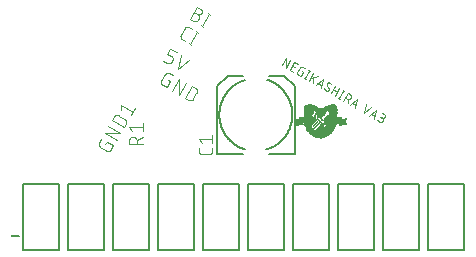
<source format=gto>
G04 EAGLE Gerber RS-274X export*
G75*
%MOMM*%
%FSLAX34Y34*%
%LPD*%
%INTop Silkscreen*%
%IPPOS*%
%AMOC8*
5,1,8,0,0,1.08239X$1,22.5*%
G01*
%ADD10C,0.076200*%
%ADD11R,0.114300X0.012700*%
%ADD12R,0.215900X0.012700*%
%ADD13R,0.279400X0.012700*%
%ADD14R,0.304800X0.012700*%
%ADD15R,0.177800X0.012700*%
%ADD16R,0.355600X0.012700*%
%ADD17R,0.241300X0.012700*%
%ADD18R,0.381000X0.012700*%
%ADD19R,0.050800X0.012700*%
%ADD20R,0.698500X0.012700*%
%ADD21R,0.520700X0.012700*%
%ADD22R,0.431800X0.012700*%
%ADD23R,0.533400X0.012700*%
%ADD24R,0.457200X0.012700*%
%ADD25R,0.482600X0.012700*%
%ADD26R,0.546100X0.012700*%
%ADD27R,0.508000X0.012700*%
%ADD28R,0.571500X0.012700*%
%ADD29R,0.584200X0.012700*%
%ADD30R,0.609600X0.012700*%
%ADD31R,0.622300X0.012700*%
%ADD32R,0.647700X0.012700*%
%ADD33R,0.596900X0.012700*%
%ADD34R,0.101600X0.012700*%
%ADD35R,0.088900X0.012700*%
%ADD36R,0.495300X0.012700*%
%ADD37R,1.435100X0.012700*%
%ADD38R,1.473200X0.012700*%
%ADD39R,1.498600X0.012700*%
%ADD40R,1.587500X0.012700*%
%ADD41R,1.651000X0.012700*%
%ADD42R,1.701800X0.012700*%
%ADD43R,1.727200X0.012700*%
%ADD44R,0.076200X0.012700*%
%ADD45R,0.139700X0.012700*%
%ADD46R,1.511300X0.012700*%
%ADD47R,1.536700X0.012700*%
%ADD48R,1.549400X0.012700*%
%ADD49R,0.152400X0.012700*%
%ADD50R,1.346200X0.012700*%
%ADD51R,0.127000X0.012700*%
%ADD52R,0.203200X0.012700*%
%ADD53R,1.358900X0.012700*%
%ADD54R,1.600200X0.012700*%
%ADD55R,0.165100X0.012700*%
%ADD56R,1.689100X0.012700*%
%ADD57R,0.190500X0.012700*%
%ADD58R,1.790700X0.012700*%
%ADD59R,2.095500X0.012700*%
%ADD60R,2.171700X0.012700*%
%ADD61R,2.222500X0.012700*%
%ADD62R,1.968500X0.012700*%
%ADD63R,0.266700X0.012700*%
%ADD64R,0.254000X0.012700*%
%ADD65R,1.993900X0.012700*%
%ADD66R,2.019300X0.012700*%
%ADD67R,0.292100X0.012700*%
%ADD68R,2.336800X0.012700*%
%ADD69R,0.736600X0.012700*%
%ADD70R,1.562100X0.012700*%
%ADD71R,1.016000X0.012700*%
%ADD72R,0.673100X0.012700*%
%ADD73R,0.977900X0.012700*%
%ADD74R,0.660400X0.012700*%
%ADD75R,0.952500X0.012700*%
%ADD76R,0.914400X0.012700*%
%ADD77R,0.558800X0.012700*%
%ADD78R,0.635000X0.012700*%
%ADD79R,0.876300X0.012700*%
%ADD80R,0.863600X0.012700*%
%ADD81R,0.812800X0.012700*%
%ADD82R,0.025400X0.012700*%
%ADD83R,0.787400X0.012700*%
%ADD84R,0.749300X0.012700*%
%ADD85R,0.711200X0.012700*%
%ADD86R,0.685800X0.012700*%
%ADD87R,0.063500X0.012700*%
%ADD88R,0.038100X0.012700*%
%ADD89R,0.469900X0.012700*%
%ADD90R,0.419100X0.012700*%
%ADD91R,0.393700X0.012700*%
%ADD92R,0.368300X0.012700*%
%ADD93R,0.342900X0.012700*%
%ADD94R,0.317500X0.012700*%
%ADD95R,0.774700X0.012700*%
%ADD96R,0.800100X0.012700*%
%ADD97R,0.850900X0.012700*%
%ADD98R,0.901700X0.012700*%
%ADD99R,0.012700X0.012700*%
%ADD100R,0.927100X0.012700*%
%ADD101R,0.939800X0.012700*%
%ADD102R,0.965200X0.012700*%
%ADD103R,0.723900X0.012700*%
%ADD104R,0.990600X0.012700*%
%ADD105R,1.028700X0.012700*%
%ADD106R,1.041400X0.012700*%
%ADD107R,0.762000X0.012700*%
%ADD108R,1.066800X0.012700*%
%ADD109R,1.193800X0.012700*%
%ADD110R,0.406400X0.012700*%
%ADD111R,0.330200X0.012700*%
%ADD112R,1.308100X0.012700*%
%ADD113R,0.838200X0.012700*%
%ADD114R,1.574800X0.012700*%
%ADD115R,1.206500X0.012700*%
%ADD116R,1.219200X0.012700*%
%ADD117R,1.524000X0.012700*%
%ADD118R,0.228600X0.012700*%
%ADD119R,1.231900X0.012700*%
%ADD120R,1.244600X0.012700*%
%ADD121R,1.257300X0.012700*%
%ADD122R,1.270000X0.012700*%
%ADD123R,1.282700X0.012700*%
%ADD124R,1.320800X0.012700*%
%ADD125R,1.333500X0.012700*%
%ADD126R,1.371600X0.012700*%
%ADD127R,1.612900X0.012700*%
%ADD128R,1.625600X0.012700*%
%ADD129R,1.384300X0.012700*%
%ADD130R,1.638300X0.012700*%
%ADD131R,1.397000X0.012700*%
%ADD132R,1.409700X0.012700*%
%ADD133R,1.422400X0.012700*%
%ADD134R,1.663700X0.012700*%
%ADD135R,1.447800X0.012700*%
%ADD136R,1.485900X0.012700*%
%ADD137R,1.460500X0.012700*%
%ADD138R,1.295400X0.012700*%
%ADD139R,1.130300X0.012700*%
%ADD140R,0.889000X0.012700*%
%ADD141R,0.825500X0.012700*%
%ADD142R,1.054100X0.012700*%
%ADD143R,1.854200X0.012700*%
%ADD144R,2.806700X0.012700*%
%ADD145R,2.794000X0.012700*%
%ADD146R,2.781300X0.012700*%
%ADD147R,1.181100X0.012700*%
%ADD148R,1.155700X0.012700*%
%ADD149R,1.117600X0.012700*%
%ADD150R,1.092200X0.012700*%
%ADD151R,1.079500X0.012700*%
%ADD152R,0.444500X0.012700*%
%ADD153C,0.000000*%
%ADD154C,0.152400*%
%ADD155C,0.203200*%
%ADD156C,0.101600*%


D10*
X229085Y143701D02*
X232768Y150080D01*
X232629Y141655D01*
X236312Y148034D01*
X235856Y139791D02*
X238691Y138155D01*
X235856Y139791D02*
X239539Y146171D01*
X242374Y144534D01*
X240029Y142108D02*
X237902Y143335D01*
X245860Y138741D02*
X246923Y138127D01*
X244877Y134583D01*
X242751Y135811D01*
X242750Y135811D02*
X242684Y135852D01*
X242619Y135896D01*
X242557Y135942D01*
X242497Y135992D01*
X242439Y136044D01*
X242384Y136099D01*
X242332Y136157D01*
X242282Y136217D01*
X242236Y136279D01*
X242192Y136344D01*
X242151Y136411D01*
X242114Y136479D01*
X242080Y136549D01*
X242049Y136621D01*
X242022Y136694D01*
X241998Y136768D01*
X241978Y136843D01*
X241962Y136919D01*
X241949Y136996D01*
X241939Y137073D01*
X241934Y137151D01*
X241932Y137229D01*
X241934Y137307D01*
X241939Y137385D01*
X241949Y137462D01*
X241962Y137539D01*
X241978Y137615D01*
X241998Y137690D01*
X242022Y137764D01*
X242049Y137837D01*
X242080Y137909D01*
X242114Y137979D01*
X242151Y138048D01*
X242151Y138047D02*
X244198Y141591D01*
X244197Y141592D02*
X244238Y141658D01*
X244282Y141723D01*
X244328Y141785D01*
X244378Y141845D01*
X244430Y141903D01*
X244485Y141958D01*
X244543Y142010D01*
X244603Y142060D01*
X244665Y142106D01*
X244730Y142150D01*
X244797Y142191D01*
X244865Y142228D01*
X244935Y142262D01*
X245007Y142293D01*
X245080Y142320D01*
X245154Y142344D01*
X245229Y142364D01*
X245305Y142380D01*
X245382Y142393D01*
X245459Y142403D01*
X245537Y142408D01*
X245615Y142410D01*
X245693Y142408D01*
X245771Y142403D01*
X245848Y142393D01*
X245925Y142380D01*
X246001Y142364D01*
X246076Y142344D01*
X246150Y142320D01*
X246223Y142293D01*
X246295Y142262D01*
X246365Y142228D01*
X246434Y142191D01*
X246434Y142190D02*
X248560Y140962D01*
X252067Y138937D02*
X248384Y132558D01*
X249093Y132149D02*
X247675Y132968D01*
X251358Y139347D02*
X252776Y138528D01*
X255676Y136854D02*
X251993Y130475D01*
X253426Y132955D02*
X259220Y134808D01*
X255662Y133554D02*
X255537Y128428D01*
X257661Y127202D02*
X263470Y132354D01*
X261914Y124747D01*
X262303Y126649D02*
X259113Y128490D01*
X266265Y122234D02*
X266336Y122196D01*
X266408Y122161D01*
X266482Y122130D01*
X266558Y122102D01*
X266634Y122078D01*
X266712Y122058D01*
X266791Y122041D01*
X266870Y122029D01*
X266950Y122020D01*
X267030Y122016D01*
X267111Y122015D01*
X267191Y122019D01*
X267271Y122026D01*
X267351Y122037D01*
X267430Y122052D01*
X267508Y122071D01*
X267585Y122093D01*
X267661Y122120D01*
X267735Y122150D01*
X267808Y122184D01*
X267879Y122221D01*
X267948Y122262D01*
X268016Y122306D01*
X268081Y122353D01*
X268143Y122404D01*
X268203Y122457D01*
X268260Y122514D01*
X268315Y122573D01*
X268366Y122634D01*
X268415Y122698D01*
X268460Y122765D01*
X268502Y122833D01*
X266266Y122234D02*
X266168Y122293D01*
X266073Y122354D01*
X265979Y122419D01*
X265888Y122487D01*
X265799Y122558D01*
X265712Y122632D01*
X265628Y122708D01*
X265546Y122787D01*
X265467Y122869D01*
X265391Y122954D01*
X265318Y123040D01*
X265247Y123130D01*
X265180Y123221D01*
X265115Y123315D01*
X265054Y123411D01*
X264995Y123508D01*
X264941Y123608D01*
X264889Y123709D01*
X264841Y123812D01*
X264796Y123917D01*
X264754Y124023D01*
X264716Y124130D01*
X264682Y124238D01*
X264651Y124348D01*
X267181Y128322D02*
X267223Y128390D01*
X267268Y128457D01*
X267317Y128521D01*
X267368Y128582D01*
X267423Y128641D01*
X267480Y128698D01*
X267540Y128751D01*
X267603Y128802D01*
X267667Y128849D01*
X267735Y128893D01*
X267804Y128934D01*
X267875Y128971D01*
X267948Y129005D01*
X268022Y129035D01*
X268098Y129062D01*
X268175Y129084D01*
X268253Y129103D01*
X268332Y129118D01*
X268412Y129129D01*
X268492Y129136D01*
X268572Y129140D01*
X268653Y129139D01*
X268733Y129135D01*
X268813Y129126D01*
X268892Y129114D01*
X268971Y129097D01*
X269048Y129077D01*
X269125Y129053D01*
X269201Y129025D01*
X269275Y128994D01*
X269347Y128959D01*
X269417Y128921D01*
X269511Y128864D01*
X269603Y128804D01*
X269693Y128741D01*
X269781Y128675D01*
X269866Y128606D01*
X269948Y128533D01*
X270028Y128458D01*
X270105Y128380D01*
X270179Y128299D01*
X270251Y128216D01*
X270319Y128130D01*
X270384Y128042D01*
X270446Y127951D01*
X270505Y127858D01*
X270560Y127764D01*
X270612Y127667D01*
X270660Y127568D01*
X270705Y127468D01*
X267173Y126671D02*
X267136Y126741D01*
X267103Y126812D01*
X267072Y126884D01*
X267046Y126958D01*
X267022Y127033D01*
X267002Y127108D01*
X266986Y127185D01*
X266974Y127263D01*
X266965Y127341D01*
X266960Y127419D01*
X266958Y127497D01*
X266960Y127576D01*
X266966Y127654D01*
X266976Y127732D01*
X266989Y127809D01*
X267006Y127886D01*
X267026Y127962D01*
X267050Y128036D01*
X267078Y128110D01*
X267109Y128182D01*
X267143Y128253D01*
X267181Y128321D01*
X268510Y124484D02*
X268547Y124414D01*
X268580Y124344D01*
X268611Y124271D01*
X268637Y124197D01*
X268661Y124123D01*
X268681Y124047D01*
X268697Y123970D01*
X268709Y123892D01*
X268718Y123814D01*
X268723Y123736D01*
X268725Y123658D01*
X268723Y123579D01*
X268717Y123501D01*
X268707Y123423D01*
X268694Y123346D01*
X268677Y123269D01*
X268657Y123193D01*
X268633Y123119D01*
X268605Y123045D01*
X268574Y122973D01*
X268540Y122902D01*
X268502Y122834D01*
X268509Y124483D02*
X267174Y126672D01*
X274157Y126184D02*
X270474Y119804D01*
X272521Y123348D02*
X276065Y121302D01*
X277701Y124137D02*
X274018Y117758D01*
X277526Y115733D02*
X281209Y122113D01*
X276817Y116143D02*
X278234Y115324D01*
X281917Y121703D02*
X280500Y122522D01*
X284760Y120062D02*
X281077Y113683D01*
X284760Y120062D02*
X286532Y119039D01*
X286608Y118993D01*
X286683Y118943D01*
X286755Y118890D01*
X286824Y118834D01*
X286891Y118775D01*
X286956Y118714D01*
X287017Y118649D01*
X287076Y118582D01*
X287132Y118513D01*
X287185Y118441D01*
X287235Y118366D01*
X287281Y118290D01*
X287324Y118212D01*
X287363Y118132D01*
X287399Y118050D01*
X287432Y117967D01*
X287460Y117882D01*
X287485Y117797D01*
X287507Y117710D01*
X287524Y117622D01*
X287537Y117534D01*
X287547Y117445D01*
X287553Y117356D01*
X287555Y117267D01*
X287553Y117178D01*
X287547Y117089D01*
X287537Y117000D01*
X287524Y116912D01*
X287507Y116824D01*
X287485Y116737D01*
X287460Y116652D01*
X287432Y116567D01*
X287399Y116484D01*
X287363Y116402D01*
X287324Y116322D01*
X287281Y116244D01*
X287235Y116168D01*
X287185Y116093D01*
X287132Y116021D01*
X287076Y115952D01*
X287017Y115885D01*
X286956Y115820D01*
X286891Y115759D01*
X286824Y115700D01*
X286755Y115644D01*
X286683Y115591D01*
X286608Y115541D01*
X286532Y115495D01*
X286454Y115452D01*
X286374Y115413D01*
X286292Y115377D01*
X286209Y115344D01*
X286124Y115316D01*
X286039Y115291D01*
X285952Y115269D01*
X285864Y115252D01*
X285776Y115239D01*
X285687Y115229D01*
X285598Y115223D01*
X285509Y115221D01*
X285420Y115223D01*
X285331Y115229D01*
X285242Y115239D01*
X285154Y115252D01*
X285066Y115269D01*
X284979Y115291D01*
X284894Y115316D01*
X284809Y115344D01*
X284726Y115377D01*
X284644Y115413D01*
X284564Y115452D01*
X284486Y115495D01*
X282714Y116518D01*
X284841Y115290D02*
X284621Y111637D01*
X287014Y110255D02*
X292823Y115407D01*
X291266Y107800D01*
X291656Y109702D02*
X288466Y111543D01*
X300410Y111026D02*
X298854Y103419D01*
X304663Y108571D01*
X308872Y106141D02*
X303063Y100990D01*
X307315Y98534D02*
X308872Y106141D01*
X307704Y100436D02*
X304515Y102277D01*
X309752Y97127D02*
X311524Y96104D01*
X311602Y96061D01*
X311682Y96022D01*
X311764Y95986D01*
X311847Y95953D01*
X311932Y95925D01*
X312017Y95900D01*
X312104Y95879D01*
X312192Y95861D01*
X312280Y95848D01*
X312369Y95838D01*
X312458Y95832D01*
X312547Y95830D01*
X312636Y95832D01*
X312725Y95838D01*
X312814Y95848D01*
X312902Y95861D01*
X312990Y95878D01*
X313077Y95900D01*
X313162Y95925D01*
X313247Y95953D01*
X313330Y95986D01*
X313412Y96022D01*
X313492Y96061D01*
X313570Y96104D01*
X313646Y96150D01*
X313721Y96200D01*
X313793Y96253D01*
X313862Y96309D01*
X313929Y96368D01*
X313994Y96429D01*
X314055Y96494D01*
X314114Y96561D01*
X314170Y96630D01*
X314223Y96702D01*
X314273Y96777D01*
X314319Y96853D01*
X314362Y96931D01*
X314401Y97011D01*
X314437Y97093D01*
X314470Y97176D01*
X314498Y97261D01*
X314523Y97346D01*
X314545Y97433D01*
X314562Y97521D01*
X314575Y97609D01*
X314585Y97698D01*
X314591Y97787D01*
X314593Y97876D01*
X314591Y97965D01*
X314585Y98054D01*
X314575Y98143D01*
X314562Y98231D01*
X314544Y98319D01*
X314523Y98406D01*
X314498Y98491D01*
X314470Y98576D01*
X314437Y98659D01*
X314401Y98741D01*
X314362Y98821D01*
X314319Y98899D01*
X314273Y98975D01*
X314223Y99050D01*
X314170Y99122D01*
X314114Y99191D01*
X314055Y99258D01*
X313994Y99323D01*
X313929Y99384D01*
X313862Y99443D01*
X313793Y99499D01*
X313721Y99552D01*
X313646Y99602D01*
X313570Y99648D01*
X315561Y102279D02*
X313435Y103506D01*
X315561Y102279D02*
X315629Y102237D01*
X315694Y102193D01*
X315758Y102146D01*
X315819Y102095D01*
X315877Y102042D01*
X315933Y101985D01*
X315986Y101927D01*
X316036Y101865D01*
X316083Y101802D01*
X316127Y101736D01*
X316167Y101668D01*
X316205Y101598D01*
X316238Y101527D01*
X316269Y101454D01*
X316296Y101379D01*
X316319Y101304D01*
X316339Y101227D01*
X316354Y101150D01*
X316366Y101071D01*
X316375Y100993D01*
X316379Y100914D01*
X316380Y100835D01*
X316377Y100756D01*
X316370Y100677D01*
X316359Y100598D01*
X316344Y100521D01*
X316326Y100444D01*
X316304Y100368D01*
X316278Y100293D01*
X316249Y100219D01*
X316216Y100147D01*
X316180Y100077D01*
X316140Y100008D01*
X316098Y99942D01*
X316052Y99878D01*
X316003Y99816D01*
X315951Y99756D01*
X315896Y99699D01*
X315838Y99644D01*
X315778Y99593D01*
X315716Y99544D01*
X315651Y99499D01*
X315584Y99457D01*
X315515Y99418D01*
X315445Y99382D01*
X315373Y99350D01*
X315299Y99321D01*
X315224Y99296D01*
X315148Y99275D01*
X315070Y99257D01*
X314993Y99243D01*
X314914Y99233D01*
X314835Y99227D01*
X314756Y99224D01*
X314677Y99225D01*
X314598Y99230D01*
X314520Y99239D01*
X314441Y99252D01*
X314364Y99268D01*
X314288Y99289D01*
X314212Y99312D01*
X314138Y99340D01*
X314065Y99371D01*
X313994Y99405D01*
X313925Y99443D01*
X313924Y99444D02*
X312507Y100262D01*
D11*
X261747Y81661D03*
D12*
X261747Y81788D03*
D13*
X261811Y81915D03*
D14*
X261811Y82042D03*
D15*
X258509Y82169D03*
D16*
X261811Y82169D03*
D17*
X258445Y82296D03*
D18*
X261811Y82296D03*
D19*
X264986Y82296D03*
D20*
X260350Y82423D03*
D15*
X265113Y82423D03*
D21*
X259207Y82550D03*
D22*
X264224Y82550D03*
D23*
X259017Y82677D03*
D24*
X264478Y82677D03*
D23*
X258890Y82804D03*
D25*
X264732Y82804D03*
D26*
X258826Y82931D03*
D27*
X264859Y82931D03*
D28*
X258699Y83058D03*
D21*
X264922Y83058D03*
D29*
X258636Y83185D03*
D26*
X265049Y83185D03*
D30*
X258636Y83312D03*
D28*
X265049Y83312D03*
D31*
X258572Y83439D03*
D29*
X265113Y83439D03*
D32*
X258572Y83566D03*
D33*
X265176Y83566D03*
D32*
X258572Y83693D03*
D11*
X262636Y83693D03*
D25*
X265875Y83693D03*
D21*
X257810Y83820D03*
D34*
X261303Y83820D03*
X262573Y83820D03*
D25*
X265875Y83820D03*
D21*
X257810Y83947D03*
D34*
X261430Y83947D03*
D35*
X262509Y83947D03*
D36*
X265938Y83947D03*
D21*
X257810Y84074D03*
D15*
X261938Y84074D03*
D27*
X265875Y84074D03*
D37*
X261366Y84201D03*
D38*
X261176Y84328D03*
D39*
X261049Y84455D03*
D40*
X261366Y84582D03*
D41*
X261430Y84709D03*
D42*
X261557Y84836D03*
D43*
X261557Y84963D03*
D44*
X253175Y85090D03*
D41*
X262192Y85090D03*
D35*
X253111Y85217D03*
D45*
X254762Y85217D03*
D39*
X263081Y85217D03*
D35*
X252984Y85344D03*
D11*
X254762Y85344D03*
D39*
X263208Y85344D03*
D34*
X253048Y85471D03*
D35*
X254762Y85471D03*
D46*
X263271Y85471D03*
D11*
X252984Y85598D03*
D35*
X254762Y85598D03*
D47*
X263271Y85598D03*
D45*
X252984Y85725D03*
D35*
X254762Y85725D03*
D48*
X263208Y85725D03*
D49*
X253048Y85852D03*
D50*
X261176Y85852D03*
D45*
X268986Y85852D03*
D34*
X270574Y85852D03*
D15*
X253048Y85979D03*
D50*
X261176Y85979D03*
D51*
X268923Y85979D03*
D34*
X270701Y85979D03*
D52*
X253175Y86106D03*
D53*
X261239Y86106D03*
D34*
X268923Y86106D03*
X270701Y86106D03*
D12*
X253238Y86233D03*
D53*
X261366Y86233D03*
D34*
X268796Y86233D03*
D11*
X270764Y86233D03*
D54*
X260160Y86360D03*
D34*
X268796Y86360D03*
D51*
X270701Y86360D03*
D54*
X260160Y86487D03*
D35*
X268732Y86487D03*
D45*
X270637Y86487D03*
D42*
X260668Y86614D03*
D55*
X270637Y86614D03*
D56*
X260604Y86741D03*
D57*
X270510Y86741D03*
D15*
X252286Y86868D03*
D47*
X261366Y86868D03*
D12*
X270383Y86868D03*
X252095Y86995D03*
D39*
X261430Y86995D03*
D17*
X270256Y86995D03*
X251968Y87122D03*
D58*
X262509Y87122D03*
D59*
X260985Y87249D03*
D60*
X261239Y87376D03*
D61*
X261366Y87503D03*
D62*
X259969Y87630D03*
D63*
X271399Y87630D03*
D62*
X259969Y87757D03*
D64*
X271590Y87757D03*
D65*
X259969Y87884D03*
D13*
X271717Y87884D03*
D66*
X259969Y88011D03*
D67*
X271780Y88011D03*
D68*
X261557Y88138D03*
D69*
X253429Y88265D03*
D70*
X265557Y88265D03*
D20*
X253238Y88392D03*
D70*
X265684Y88392D03*
D20*
X253111Y88519D03*
D71*
X263081Y88519D03*
D27*
X270955Y88519D03*
D72*
X252984Y88646D03*
D73*
X263017Y88646D03*
D23*
X270955Y88646D03*
D74*
X252921Y88773D03*
D75*
X263017Y88773D03*
D23*
X270955Y88773D03*
D74*
X252794Y88900D03*
D76*
X262954Y88900D03*
D77*
X270955Y88900D03*
D78*
X252667Y89027D03*
D79*
X262890Y89027D03*
D28*
X270891Y89027D03*
D31*
X252603Y89154D03*
D80*
X262954Y89154D03*
D29*
X270955Y89154D03*
D30*
X252540Y89281D03*
D81*
X262827Y89281D03*
D82*
X267145Y89281D03*
D29*
X270955Y89281D03*
D33*
X252476Y89408D03*
D83*
X262827Y89408D03*
D82*
X267145Y89408D03*
D33*
X270891Y89408D03*
D29*
X252413Y89535D03*
D84*
X262763Y89535D03*
D82*
X267145Y89535D03*
D33*
X270891Y89535D03*
D28*
X252349Y89662D03*
D85*
X262700Y89662D03*
D82*
X267145Y89662D03*
D31*
X270891Y89662D03*
D77*
X252286Y89789D03*
D86*
X262700Y89789D03*
D82*
X267145Y89789D03*
D78*
X270828Y89789D03*
D26*
X252222Y89916D03*
D82*
X257239Y89916D03*
D72*
X262763Y89916D03*
D82*
X267145Y89916D03*
D78*
X270828Y89916D03*
D23*
X252159Y90043D03*
D19*
X257239Y90043D03*
D31*
X262636Y90043D03*
D82*
X266002Y90043D03*
X267145Y90043D03*
D32*
X270764Y90043D03*
D21*
X252095Y90170D03*
D87*
X257302Y90170D03*
D33*
X262636Y90170D03*
D82*
X266002Y90170D03*
D88*
X267208Y90170D03*
D32*
X270764Y90170D03*
D27*
X252032Y90297D03*
D44*
X257366Y90297D03*
D28*
X262636Y90297D03*
D82*
X266002Y90297D03*
D20*
X270510Y90297D03*
D27*
X252032Y90424D03*
D44*
X257493Y90424D03*
D26*
X262636Y90424D03*
D82*
X266002Y90424D03*
D20*
X270510Y90424D03*
D25*
X252032Y90551D03*
D44*
X257620Y90551D03*
D27*
X262573Y90551D03*
D82*
X266002Y90551D03*
D86*
X270574Y90551D03*
D89*
X251968Y90678D03*
D87*
X257683Y90678D03*
D25*
X262573Y90678D03*
D82*
X266002Y90678D03*
D72*
X270510Y90678D03*
D89*
X251968Y90805D03*
D87*
X257810Y90805D03*
D89*
X262636Y90805D03*
D82*
X266002Y90805D03*
D72*
X270510Y90805D03*
D25*
X251778Y90932D03*
D87*
X257937Y90932D03*
D24*
X262700Y90932D03*
D82*
X266002Y90932D03*
D72*
X270510Y90932D03*
D36*
X251714Y91059D03*
D87*
X258064Y91059D03*
D90*
X262509Y91059D03*
D82*
X264859Y91059D03*
X266002Y91059D03*
D72*
X270383Y91059D03*
D27*
X251524Y91186D03*
D82*
X255969Y91186D03*
D87*
X258191Y91186D03*
D91*
X262509Y91186D03*
D82*
X264859Y91186D03*
D88*
X266065Y91186D03*
D86*
X270320Y91186D03*
D21*
X251460Y91313D03*
D19*
X255969Y91313D03*
D87*
X258318Y91313D03*
D92*
X262509Y91313D03*
D82*
X264859Y91313D03*
D88*
X266065Y91313D03*
D20*
X270256Y91313D03*
D23*
X251397Y91440D03*
D87*
X256032Y91440D03*
D44*
X258382Y91440D03*
D93*
X262509Y91440D03*
D82*
X264859Y91440D03*
D88*
X266065Y91440D03*
D20*
X270256Y91440D03*
D23*
X251270Y91567D03*
D44*
X256096Y91567D03*
X258509Y91567D03*
D94*
X262509Y91567D03*
D82*
X264859Y91567D03*
X266129Y91567D03*
D69*
X270320Y91567D03*
D77*
X251270Y91694D03*
D44*
X256223Y91694D03*
X258636Y91694D03*
D67*
X262509Y91694D03*
D82*
X264859Y91694D03*
X266129Y91694D03*
D95*
X270383Y91694D03*
D77*
X251270Y91821D03*
D44*
X256350Y91821D03*
X258763Y91821D03*
D63*
X262509Y91821D03*
D82*
X264859Y91821D03*
X266129Y91821D03*
D96*
X270383Y91821D03*
D28*
X251206Y91948D03*
D44*
X256477Y91948D03*
X258890Y91948D03*
D17*
X262509Y91948D03*
D82*
X264859Y91948D03*
D97*
X270256Y91948D03*
D29*
X251270Y92075D03*
D44*
X256604Y92075D03*
X259017Y92075D03*
D12*
X262509Y92075D03*
D82*
X264859Y92075D03*
D80*
X270320Y92075D03*
D30*
X251270Y92202D03*
D44*
X256731Y92202D03*
X259144Y92202D03*
D52*
X262573Y92202D03*
D82*
X264859Y92202D03*
D79*
X270383Y92202D03*
D31*
X251333Y92329D03*
D44*
X256858Y92329D03*
X259271Y92329D03*
D57*
X262636Y92329D03*
D82*
X264859Y92329D03*
D79*
X270383Y92329D03*
D19*
X240475Y92456D03*
D32*
X251333Y92456D03*
D44*
X256985Y92456D03*
X259398Y92456D03*
D45*
X262509Y92456D03*
D82*
X263589Y92456D03*
X264859Y92456D03*
D98*
X270383Y92456D03*
D87*
X278511Y92456D03*
D63*
X241554Y92583D03*
D74*
X251397Y92583D03*
D44*
X257112Y92583D03*
X259525Y92583D03*
D11*
X262509Y92583D03*
D82*
X263589Y92583D03*
D99*
X264922Y92583D03*
D76*
X270320Y92583D03*
D99*
X277876Y92583D03*
D15*
X279210Y92583D03*
D89*
X242697Y92710D03*
D72*
X251460Y92710D03*
D87*
X257175Y92710D03*
D44*
X259652Y92710D03*
D35*
X262509Y92710D03*
D82*
X263589Y92710D03*
D99*
X264922Y92710D03*
D100*
X270383Y92710D03*
D19*
X277940Y92710D03*
D13*
X279845Y92710D03*
D30*
X243523Y92837D03*
D86*
X251524Y92837D03*
D87*
X257302Y92837D03*
X259715Y92837D03*
D19*
X262446Y92837D03*
D82*
X263589Y92837D03*
D99*
X264922Y92837D03*
D101*
X270320Y92837D03*
D87*
X278003Y92837D03*
D92*
X280543Y92837D03*
D33*
X243586Y92964D03*
D99*
X247015Y92964D03*
D20*
X251587Y92964D03*
D87*
X257429Y92964D03*
X259842Y92964D03*
D19*
X262573Y92964D03*
D82*
X263589Y92964D03*
X264986Y92964D03*
D102*
X270320Y92964D03*
D44*
X278067Y92964D03*
D89*
X281178Y92964D03*
D28*
X243459Y93091D03*
D88*
X246888Y93091D03*
D85*
X251651Y93091D03*
D87*
X257556Y93091D03*
X259969Y93091D03*
D19*
X262700Y93091D03*
D82*
X263589Y93091D03*
X264986Y93091D03*
D73*
X270256Y93091D03*
D35*
X278130Y93091D03*
D28*
X281813Y93091D03*
D23*
X243396Y93218D03*
D87*
X246761Y93218D03*
D103*
X251714Y93218D03*
D87*
X257683Y93218D03*
X260096Y93218D03*
D19*
X262827Y93218D03*
D82*
X263589Y93218D03*
X264986Y93218D03*
D104*
X270193Y93218D03*
D11*
X278257Y93218D03*
D77*
X281877Y93218D03*
D36*
X243332Y93345D03*
D35*
X246634Y93345D03*
D69*
X251778Y93345D03*
D87*
X257810Y93345D03*
X260223Y93345D03*
D19*
X262954Y93345D03*
D82*
X263589Y93345D03*
D105*
X270002Y93345D03*
D51*
X278321Y93345D03*
D21*
X281940Y93345D03*
D24*
X243269Y93472D03*
D11*
X246507Y93472D03*
D84*
X251841Y93472D03*
D87*
X257937Y93472D03*
X260350Y93472D03*
D19*
X263081Y93472D03*
D82*
X263589Y93472D03*
D106*
X270066Y93472D03*
D45*
X278384Y93472D03*
D36*
X281940Y93472D03*
D90*
X243205Y93599D03*
D51*
X246444Y93599D03*
D107*
X251905Y93599D03*
D87*
X258064Y93599D03*
X260477Y93599D03*
D44*
X263335Y93599D03*
D106*
X270066Y93599D03*
D55*
X278511Y93599D03*
D89*
X281940Y93599D03*
D91*
X243078Y93726D03*
D49*
X246317Y93726D03*
D83*
X251905Y93726D03*
D87*
X258191Y93726D03*
X260604Y93726D03*
D44*
X263462Y93726D03*
D108*
X270193Y93726D03*
D15*
X278575Y93726D03*
D22*
X282004Y93726D03*
D92*
X243078Y93853D03*
D15*
X246190Y93853D03*
D83*
X251905Y93853D03*
D87*
X258318Y93853D03*
X260731Y93853D03*
D44*
X263589Y93853D03*
D109*
X270701Y93853D03*
D11*
X279019Y93853D03*
D110*
X282004Y93853D03*
D111*
X243015Y93980D03*
D52*
X246063Y93980D03*
D96*
X251968Y93980D03*
D44*
X258382Y93980D03*
D87*
X260858Y93980D03*
D11*
X263906Y93980D03*
D112*
X271145Y93980D03*
D18*
X282004Y93980D03*
D67*
X242951Y94107D03*
D57*
X246126Y94107D03*
D81*
X252032Y94107D03*
D44*
X258509Y94107D03*
D87*
X260985Y94107D03*
D48*
X271209Y94107D03*
D93*
X281940Y94107D03*
D13*
X242888Y94234D03*
D113*
X252032Y94234D03*
D44*
X258636Y94234D03*
D87*
X261112Y94234D03*
D114*
X272098Y94234D03*
D111*
X281877Y94234D03*
D63*
X242951Y94361D03*
D35*
X244983Y94361D03*
D97*
X252095Y94361D03*
D44*
X258763Y94361D03*
D87*
X261239Y94361D03*
D70*
X272161Y94361D03*
D94*
X281813Y94361D03*
D64*
X243015Y94488D03*
D109*
X250508Y94488D03*
D44*
X258890Y94488D03*
D19*
X261303Y94488D03*
D48*
X272225Y94488D03*
D14*
X281750Y94488D03*
D17*
X243078Y94615D03*
D115*
X250571Y94615D03*
D44*
X259017Y94615D03*
D82*
X261303Y94615D03*
D47*
X272288Y94615D03*
D67*
X281686Y94615D03*
D17*
X243078Y94742D03*
D116*
X250635Y94742D03*
D44*
X259144Y94742D03*
D88*
X262763Y94742D03*
D117*
X272352Y94742D03*
D13*
X281623Y94742D03*
D118*
X243142Y94869D03*
D119*
X250698Y94869D03*
D44*
X259271Y94869D03*
D87*
X262763Y94869D03*
D117*
X272352Y94869D03*
D63*
X281559Y94869D03*
D118*
X243142Y94996D03*
D120*
X250762Y94996D03*
D44*
X259398Y94996D03*
X262700Y94996D03*
D117*
X272352Y94996D03*
D64*
X281496Y94996D03*
D17*
X243078Y95123D03*
D121*
X250825Y95123D03*
D44*
X259525Y95123D03*
X262573Y95123D03*
D117*
X272352Y95123D03*
D64*
X281369Y95123D03*
X243015Y95250D03*
D122*
X250889Y95250D03*
D44*
X259652Y95250D03*
X262446Y95250D03*
D47*
X272288Y95250D03*
D17*
X281305Y95250D03*
D63*
X242951Y95377D03*
D123*
X250952Y95377D03*
D44*
X259779Y95377D03*
X262319Y95377D03*
D47*
X272288Y95377D03*
D118*
X281242Y95377D03*
D63*
X242951Y95504D03*
D112*
X250952Y95504D03*
D44*
X259906Y95504D03*
X262192Y95504D03*
D47*
X272161Y95504D03*
D17*
X281305Y95504D03*
D13*
X242888Y95631D03*
D124*
X251016Y95631D03*
D87*
X259969Y95631D03*
D44*
X262065Y95631D03*
D70*
X272034Y95631D03*
D64*
X281369Y95631D03*
D67*
X242824Y95758D03*
D125*
X251079Y95758D03*
D19*
X260033Y95758D03*
D44*
X261938Y95758D03*
D70*
X272034Y95758D03*
D64*
X281369Y95758D03*
D14*
X242761Y95885D03*
D50*
X251143Y95885D03*
D99*
X259969Y95885D03*
D44*
X261811Y95885D03*
D114*
X271971Y95885D03*
D63*
X281432Y95885D03*
D94*
X242697Y96012D03*
D53*
X251206Y96012D03*
D44*
X261684Y96012D03*
D40*
X271907Y96012D03*
D13*
X281496Y96012D03*
D111*
X242634Y96139D03*
D126*
X251270Y96139D03*
D44*
X261557Y96139D03*
D127*
X271780Y96139D03*
D13*
X281496Y96139D03*
D111*
X242507Y96266D03*
D126*
X251270Y96266D03*
D44*
X261430Y96266D03*
D128*
X271717Y96266D03*
D67*
X281559Y96266D03*
D93*
X242443Y96393D03*
D129*
X251333Y96393D03*
D44*
X261303Y96393D03*
D130*
X271653Y96393D03*
D94*
X281559Y96393D03*
D16*
X242380Y96520D03*
D131*
X251397Y96520D03*
D44*
X261176Y96520D03*
D41*
X271590Y96520D03*
D111*
X281623Y96520D03*
D92*
X242316Y96647D03*
D132*
X251460Y96647D03*
D44*
X261049Y96647D03*
D41*
X271463Y96647D03*
D111*
X281623Y96647D03*
D18*
X242253Y96774D03*
D133*
X251524Y96774D03*
D35*
X260858Y96774D03*
D134*
X271399Y96774D03*
D93*
X281686Y96774D03*
D91*
X242189Y96901D03*
D37*
X251587Y96901D03*
D44*
X260795Y96901D03*
D35*
X263398Y96901D03*
D114*
X271844Y96901D03*
D16*
X281750Y96901D03*
D110*
X242126Y97028D03*
D135*
X251651Y97028D03*
D44*
X260668Y97028D03*
D35*
X263271Y97028D03*
D70*
X271907Y97028D03*
D16*
X281750Y97028D03*
D90*
X242062Y97155D03*
D132*
X251460Y97155D03*
D82*
X258890Y97155D03*
D87*
X260477Y97155D03*
D35*
X263144Y97155D03*
D48*
X271971Y97155D03*
D92*
X281813Y97155D03*
D90*
X242062Y97282D03*
D131*
X251397Y97282D03*
D88*
X258953Y97282D03*
D19*
X260414Y97282D03*
D35*
X263017Y97282D03*
D47*
X272034Y97282D03*
D18*
X281877Y97282D03*
D67*
X242697Y97409D03*
D129*
X251333Y97409D03*
D88*
X259080Y97409D03*
D82*
X260414Y97409D03*
D35*
X262890Y97409D03*
D117*
X272098Y97409D03*
D18*
X281877Y97409D03*
D88*
X243967Y97536D03*
D129*
X251333Y97536D03*
D88*
X259207Y97536D03*
D35*
X262763Y97536D03*
D46*
X272161Y97536D03*
D18*
X282004Y97536D03*
D50*
X251143Y97663D03*
D82*
X258128Y97663D03*
D88*
X259334Y97663D03*
D35*
X262636Y97663D03*
D39*
X272225Y97663D03*
D63*
X282702Y97663D03*
D50*
X251016Y97790D03*
D82*
X258128Y97790D03*
D19*
X259398Y97790D03*
D35*
X262509Y97790D03*
D136*
X272288Y97790D03*
D55*
X283337Y97790D03*
D125*
X250952Y97917D03*
D82*
X258128Y97917D03*
D19*
X259398Y97917D03*
D35*
X262382Y97917D03*
D38*
X272352Y97917D03*
D88*
X283972Y97917D03*
D124*
X250889Y98044D03*
D82*
X258128Y98044D03*
D19*
X259398Y98044D03*
D35*
X262255Y98044D03*
D137*
X272288Y98044D03*
D112*
X250825Y98171D03*
D82*
X258128Y98171D03*
D19*
X259398Y98171D03*
D35*
X262128Y98171D03*
D37*
X272415Y98171D03*
D138*
X250762Y98298D03*
D82*
X258128Y98298D03*
D19*
X259398Y98298D03*
D44*
X261938Y98298D03*
D37*
X272415Y98298D03*
D123*
X250698Y98425D03*
D82*
X258128Y98425D03*
D19*
X259398Y98425D03*
D34*
X261938Y98425D03*
D133*
X272479Y98425D03*
D123*
X250698Y98552D03*
D88*
X258191Y98552D03*
D19*
X259398Y98552D03*
D51*
X261938Y98552D03*
D131*
X272606Y98552D03*
D123*
X250698Y98679D03*
D88*
X258191Y98679D03*
D87*
X259461Y98679D03*
D49*
X261938Y98679D03*
D129*
X272669Y98679D03*
D123*
X250698Y98806D03*
D88*
X258191Y98806D03*
D44*
X259525Y98806D03*
D55*
X261874Y98806D03*
D129*
X272669Y98806D03*
D123*
X250698Y98933D03*
D88*
X258191Y98933D03*
X259334Y98933D03*
X259842Y98933D03*
D57*
X261874Y98933D03*
D101*
X270574Y98933D03*
D13*
X278194Y98933D03*
D116*
X250381Y99060D03*
D19*
X256858Y99060D03*
D88*
X258191Y99060D03*
X259334Y99060D03*
X259969Y99060D03*
D12*
X261874Y99060D03*
D100*
X270637Y99060D03*
D88*
X279400Y99060D03*
D139*
X250698Y99187D03*
D88*
X256921Y99187D03*
X258191Y99187D03*
X259334Y99187D03*
D94*
X261493Y99187D03*
D100*
X270764Y99187D03*
D75*
X251460Y99314D03*
D88*
X256921Y99314D03*
X258191Y99314D03*
D82*
X259398Y99314D03*
D94*
X261620Y99314D03*
D76*
X270828Y99314D03*
D96*
X252095Y99441D03*
D88*
X256921Y99441D03*
X258191Y99441D03*
D82*
X259398Y99441D03*
D111*
X261684Y99441D03*
D98*
X270891Y99441D03*
D84*
X252222Y99568D03*
D88*
X256921Y99568D03*
X258191Y99568D03*
D82*
X259398Y99568D03*
D16*
X261684Y99568D03*
D140*
X270955Y99568D03*
D84*
X252095Y99695D03*
D88*
X256921Y99695D03*
X258191Y99695D03*
D82*
X259398Y99695D03*
D18*
X261684Y99695D03*
D140*
X271082Y99695D03*
D69*
X252032Y99822D03*
D88*
X256921Y99822D03*
X258191Y99822D03*
D82*
X259398Y99822D03*
D110*
X261684Y99822D03*
D79*
X271145Y99822D03*
D85*
X251905Y99949D03*
D88*
X256921Y99949D03*
X258191Y99949D03*
D82*
X259398Y99949D03*
D90*
X261747Y99949D03*
D80*
X271209Y99949D03*
D72*
X251714Y100076D03*
D88*
X256921Y100076D03*
X258191Y100076D03*
D89*
X261620Y100076D03*
D97*
X271272Y100076D03*
D32*
X251460Y100203D03*
D88*
X256921Y100203D03*
X258191Y100203D03*
D25*
X261684Y100203D03*
D97*
X271399Y100203D03*
D30*
X251270Y100330D03*
D88*
X256921Y100330D03*
D82*
X258255Y100330D03*
D36*
X261747Y100330D03*
D107*
X271844Y100330D03*
D29*
X251143Y100457D03*
D88*
X256921Y100457D03*
D82*
X258255Y100457D03*
D27*
X261811Y100457D03*
D84*
X271907Y100457D03*
D26*
X250952Y100584D03*
D88*
X256921Y100584D03*
D82*
X258255Y100584D03*
D23*
X261811Y100584D03*
D69*
X271971Y100584D03*
D27*
X250762Y100711D03*
D88*
X256921Y100711D03*
D82*
X258255Y100711D03*
D77*
X261811Y100711D03*
D69*
X271971Y100711D03*
D25*
X250508Y100838D03*
D88*
X256921Y100838D03*
D82*
X258255Y100838D03*
D29*
X261811Y100838D03*
D103*
X272034Y100838D03*
D25*
X250508Y100965D03*
D88*
X256921Y100965D03*
D82*
X258255Y100965D03*
D30*
X261811Y100965D03*
D103*
X272161Y100965D03*
D36*
X250571Y101092D03*
D82*
X258255Y101092D03*
D78*
X261811Y101092D03*
D85*
X272225Y101092D03*
D27*
X250635Y101219D03*
D82*
X258255Y101219D03*
D74*
X261811Y101219D03*
D20*
X272288Y101219D03*
D21*
X250698Y101346D03*
D85*
X261684Y101346D03*
D20*
X272288Y101346D03*
D23*
X250762Y101473D03*
D103*
X261747Y101473D03*
D86*
X272352Y101473D03*
D26*
X250825Y101600D03*
D69*
X261811Y101600D03*
D72*
X272415Y101600D03*
D28*
X250825Y101727D03*
D84*
X261874Y101727D03*
D72*
X272415Y101727D03*
D29*
X250889Y101854D03*
D82*
X255588Y101854D03*
D107*
X261811Y101854D03*
D72*
X272542Y101854D03*
D30*
X251016Y101981D03*
D19*
X255588Y101981D03*
D107*
X261811Y101981D03*
D74*
X272606Y101981D03*
D31*
X251079Y102108D03*
D44*
X255588Y102108D03*
D95*
X261747Y102108D03*
D32*
X272669Y102108D03*
D78*
X251143Y102235D03*
D34*
X255588Y102235D03*
D95*
X261747Y102235D03*
D78*
X272733Y102235D03*
D32*
X251206Y102362D03*
D11*
X255524Y102362D03*
D83*
X261684Y102362D03*
D78*
X272733Y102362D03*
D74*
X251270Y102489D03*
D11*
X255397Y102489D03*
D83*
X261684Y102489D03*
D31*
X272796Y102489D03*
D83*
X251905Y102616D03*
X261684Y102616D03*
D30*
X272860Y102616D03*
D83*
X251778Y102743D03*
D96*
X261747Y102743D03*
D30*
X272860Y102743D03*
D95*
X251714Y102870D03*
D81*
X261811Y102870D03*
D33*
X272923Y102870D03*
D107*
X251651Y102997D03*
D113*
X261811Y102997D03*
D33*
X272923Y102997D03*
D84*
X251587Y103124D03*
D97*
X261874Y103124D03*
D30*
X272860Y103124D03*
D84*
X251587Y103251D03*
D80*
X261938Y103251D03*
D78*
X272733Y103251D03*
D107*
X251651Y103378D03*
D79*
X262001Y103378D03*
D78*
X272733Y103378D03*
D83*
X251778Y103505D03*
D98*
X262128Y103505D03*
D74*
X272606Y103505D03*
D96*
X251841Y103632D03*
D100*
X262128Y103632D03*
D86*
X272606Y103632D03*
D81*
X251905Y103759D03*
D101*
X262192Y103759D03*
D20*
X272542Y103759D03*
D141*
X251968Y103886D03*
D75*
X262255Y103886D03*
D85*
X272479Y103886D03*
D113*
X252032Y104013D03*
D102*
X262319Y104013D03*
D103*
X272415Y104013D03*
D97*
X252095Y104140D03*
D73*
X262382Y104140D03*
D69*
X272352Y104140D03*
D80*
X252159Y104267D03*
D71*
X262446Y104267D03*
D84*
X272288Y104267D03*
D79*
X252222Y104394D03*
D105*
X262509Y104394D03*
D84*
X272161Y104394D03*
D140*
X252286Y104521D03*
D106*
X262573Y104521D03*
D107*
X272098Y104521D03*
D76*
X252413Y104648D03*
D142*
X262636Y104648D03*
D95*
X272034Y104648D03*
D100*
X252476Y104775D03*
D143*
X266637Y104775D03*
D144*
X261874Y104902D03*
X261874Y105029D03*
X261874Y105156D03*
X261874Y105283D03*
X261874Y105410D03*
X261874Y105537D03*
X261874Y105664D03*
X261874Y105791D03*
D145*
X261811Y105918D03*
X261811Y106045D03*
D146*
X261874Y106172D03*
X261874Y106299D03*
X261874Y106426D03*
X261874Y106553D03*
D115*
X254000Y106680D03*
D48*
X268034Y106680D03*
D109*
X253937Y106807D03*
D46*
X268097Y106807D03*
D147*
X254000Y106934D03*
D64*
X262192Y106934D03*
D139*
X270002Y106934D03*
D148*
X253873Y107061D03*
D34*
X262192Y107061D03*
D149*
X270066Y107061D03*
D148*
X253873Y107188D03*
D150*
X270193Y107188D03*
D139*
X253746Y107315D03*
D108*
X270193Y107315D03*
D149*
X253683Y107442D03*
D106*
X270320Y107442D03*
D150*
X253683Y107569D03*
D71*
X270447Y107569D03*
D151*
X253619Y107696D03*
D73*
X270510Y107696D03*
D108*
X253556Y107823D03*
D102*
X270574Y107823D03*
D105*
X253492Y107950D03*
D101*
X270701Y107950D03*
D71*
X253429Y108077D03*
D98*
X270764Y108077D03*
D73*
X253365Y108204D03*
D79*
X270891Y108204D03*
D75*
X253238Y108331D03*
D113*
X270955Y108331D03*
D76*
X253175Y108458D03*
D81*
X271082Y108458D03*
D79*
X253111Y108585D03*
D95*
X271145Y108585D03*
D97*
X252984Y108712D03*
D69*
X271336Y108712D03*
D81*
X252921Y108839D03*
D20*
X271399Y108839D03*
D95*
X252857Y108966D03*
D32*
X271526Y108966D03*
D103*
X252857Y109093D03*
D30*
X271590Y109093D03*
D72*
X252730Y109220D03*
D77*
X271717Y109220D03*
D30*
X252667Y109347D03*
D27*
X271844Y109347D03*
D21*
X252603Y109474D03*
D152*
X272034Y109474D03*
D90*
X252603Y109601D03*
D18*
X272225Y109601D03*
D94*
X252476Y109728D03*
D14*
X272352Y109728D03*
D52*
X272479Y109855D03*
D153*
X113Y-635D02*
X56Y-635D01*
X44Y-634D01*
X32Y-629D01*
X21Y-623D01*
X12Y-614D01*
X6Y-603D01*
X1Y-591D01*
X0Y-579D01*
X0Y-437D01*
X2Y-422D01*
X8Y-409D01*
X17Y-397D01*
X28Y-388D01*
X42Y-382D01*
X57Y-380D01*
X56Y-381D02*
X113Y-381D01*
X193Y-600D02*
X193Y-614D01*
X193Y-600D02*
X207Y-600D01*
X207Y-614D01*
X193Y-614D01*
X193Y-501D02*
X193Y-487D01*
X207Y-487D01*
X207Y-501D01*
X193Y-501D01*
X289Y-663D02*
X402Y-353D01*
X488Y-381D02*
X488Y-564D01*
X487Y-564D02*
X489Y-580D01*
X494Y-595D01*
X502Y-608D01*
X514Y-620D01*
X527Y-628D01*
X542Y-633D01*
X558Y-635D01*
X574Y-633D01*
X589Y-628D01*
X602Y-620D01*
X614Y-608D01*
X622Y-595D01*
X627Y-580D01*
X629Y-564D01*
X629Y-381D01*
X744Y-536D02*
X815Y-564D01*
X744Y-536D02*
X734Y-531D01*
X727Y-522D01*
X722Y-512D01*
X721Y-500D01*
X723Y-489D01*
X729Y-479D01*
X737Y-472D01*
X747Y-467D01*
X759Y-465D01*
X758Y-466D02*
X780Y-468D01*
X801Y-473D01*
X822Y-480D01*
X815Y-564D02*
X825Y-569D01*
X832Y-578D01*
X837Y-588D01*
X838Y-600D01*
X836Y-611D01*
X830Y-621D01*
X822Y-628D01*
X812Y-633D01*
X800Y-635D01*
X801Y-635D02*
X774Y-633D01*
X748Y-628D01*
X723Y-621D01*
X963Y-635D02*
X1034Y-635D01*
X963Y-635D02*
X952Y-634D01*
X942Y-629D01*
X933Y-623D01*
X927Y-614D01*
X922Y-604D01*
X921Y-593D01*
X921Y-522D01*
X923Y-509D01*
X927Y-496D01*
X935Y-485D01*
X945Y-476D01*
X957Y-470D01*
X970Y-466D01*
X984Y-466D01*
X997Y-470D01*
X1009Y-476D01*
X1019Y-485D01*
X1027Y-496D01*
X1031Y-509D01*
X1033Y-522D01*
X1034Y-522D02*
X1034Y-550D01*
X921Y-550D01*
X1127Y-635D02*
X1127Y-466D01*
X1212Y-466D01*
X1212Y-494D01*
X1300Y-536D02*
X1371Y-564D01*
X1300Y-536D02*
X1290Y-531D01*
X1283Y-522D01*
X1278Y-512D01*
X1277Y-500D01*
X1279Y-489D01*
X1285Y-479D01*
X1293Y-472D01*
X1303Y-467D01*
X1315Y-465D01*
X1314Y-466D02*
X1336Y-468D01*
X1357Y-473D01*
X1378Y-480D01*
X1371Y-564D02*
X1381Y-569D01*
X1388Y-578D01*
X1393Y-588D01*
X1394Y-600D01*
X1392Y-611D01*
X1386Y-621D01*
X1378Y-628D01*
X1368Y-633D01*
X1356Y-635D01*
X1357Y-635D02*
X1330Y-633D01*
X1304Y-628D01*
X1279Y-621D01*
X1470Y-663D02*
X1582Y-353D01*
X1668Y-381D02*
X1668Y-635D01*
X1739Y-635D01*
X1750Y-634D01*
X1760Y-629D01*
X1769Y-623D01*
X1775Y-614D01*
X1780Y-604D01*
X1781Y-593D01*
X1781Y-508D01*
X1780Y-497D01*
X1775Y-487D01*
X1769Y-478D01*
X1760Y-472D01*
X1750Y-467D01*
X1739Y-466D01*
X1668Y-466D01*
X1848Y-466D02*
X1933Y-466D01*
X1877Y-381D02*
X1877Y-593D01*
X1878Y-604D01*
X1883Y-614D01*
X1889Y-623D01*
X1898Y-629D01*
X1908Y-634D01*
X1919Y-635D01*
X1933Y-635D01*
X2003Y-635D02*
X2116Y-466D01*
X2003Y-466D02*
X2116Y-635D01*
X2194Y-635D02*
X2265Y-635D01*
X2281Y-633D01*
X2296Y-628D01*
X2309Y-620D01*
X2321Y-608D01*
X2329Y-595D01*
X2334Y-580D01*
X2336Y-564D01*
X2334Y-548D01*
X2329Y-533D01*
X2321Y-520D01*
X2309Y-508D01*
X2296Y-500D01*
X2281Y-495D01*
X2265Y-493D01*
X2279Y-381D02*
X2194Y-381D01*
X2279Y-381D02*
X2292Y-383D01*
X2305Y-387D01*
X2316Y-395D01*
X2325Y-405D01*
X2331Y-417D01*
X2335Y-430D01*
X2335Y-444D01*
X2331Y-457D01*
X2325Y-469D01*
X2316Y-479D01*
X2305Y-487D01*
X2292Y-491D01*
X2279Y-493D01*
X2279Y-494D02*
X2223Y-494D01*
X2423Y-508D02*
X2424Y-484D01*
X2428Y-461D01*
X2435Y-438D01*
X2444Y-416D01*
X2445Y-416D02*
X2450Y-405D01*
X2459Y-395D01*
X2469Y-387D01*
X2481Y-383D01*
X2494Y-381D01*
X2507Y-383D01*
X2519Y-387D01*
X2529Y-395D01*
X2538Y-405D01*
X2543Y-416D01*
X2552Y-438D01*
X2559Y-461D01*
X2563Y-484D01*
X2564Y-508D01*
X2422Y-508D02*
X2423Y-532D01*
X2427Y-555D01*
X2434Y-578D01*
X2443Y-600D01*
X2445Y-600D02*
X2450Y-611D01*
X2459Y-621D01*
X2469Y-629D01*
X2481Y-633D01*
X2494Y-635D01*
X2544Y-600D02*
X2553Y-578D01*
X2560Y-555D01*
X2564Y-532D01*
X2565Y-508D01*
X2543Y-600D02*
X2538Y-611D01*
X2529Y-621D01*
X2519Y-629D01*
X2507Y-633D01*
X2494Y-635D01*
X2437Y-579D02*
X2550Y-437D01*
X2756Y-353D02*
X2643Y-663D01*
X2844Y-635D02*
X2844Y-381D01*
X2914Y-381D01*
X2930Y-383D01*
X2945Y-388D01*
X2958Y-396D01*
X2970Y-408D01*
X2978Y-421D01*
X2983Y-436D01*
X2985Y-452D01*
X2983Y-468D01*
X2978Y-483D01*
X2970Y-496D01*
X2958Y-508D01*
X2945Y-516D01*
X2930Y-521D01*
X2914Y-523D01*
X2914Y-522D02*
X2844Y-522D01*
X3065Y-466D02*
X3065Y-635D01*
X3058Y-395D02*
X3058Y-381D01*
X3072Y-381D01*
X3072Y-395D01*
X3058Y-395D01*
X3196Y-635D02*
X3252Y-635D01*
X3196Y-635D02*
X3185Y-634D01*
X3175Y-629D01*
X3166Y-623D01*
X3160Y-614D01*
X3155Y-604D01*
X3154Y-593D01*
X3153Y-593D02*
X3153Y-508D01*
X3154Y-508D02*
X3155Y-497D01*
X3160Y-487D01*
X3166Y-478D01*
X3175Y-472D01*
X3185Y-467D01*
X3196Y-466D01*
X3252Y-466D01*
X3311Y-466D02*
X3396Y-466D01*
X3339Y-381D02*
X3339Y-593D01*
X3340Y-593D02*
X3341Y-604D01*
X3346Y-614D01*
X3352Y-623D01*
X3361Y-629D01*
X3371Y-634D01*
X3382Y-635D01*
X3396Y-635D01*
X3481Y-593D02*
X3481Y-466D01*
X3481Y-593D02*
X3482Y-604D01*
X3487Y-614D01*
X3493Y-623D01*
X3502Y-629D01*
X3512Y-634D01*
X3523Y-635D01*
X3594Y-635D01*
X3594Y-466D01*
X3695Y-466D02*
X3695Y-635D01*
X3695Y-466D02*
X3780Y-466D01*
X3780Y-494D01*
X3889Y-635D02*
X3959Y-635D01*
X3889Y-635D02*
X3878Y-634D01*
X3868Y-629D01*
X3859Y-623D01*
X3853Y-614D01*
X3848Y-604D01*
X3847Y-593D01*
X3847Y-522D01*
X3849Y-509D01*
X3853Y-496D01*
X3861Y-485D01*
X3871Y-476D01*
X3883Y-470D01*
X3896Y-466D01*
X3910Y-466D01*
X3923Y-470D01*
X3935Y-476D01*
X3945Y-485D01*
X3953Y-496D01*
X3957Y-509D01*
X3959Y-522D01*
X3959Y-550D01*
X3847Y-550D01*
X4066Y-536D02*
X4136Y-564D01*
X4065Y-536D02*
X4055Y-531D01*
X4048Y-522D01*
X4043Y-512D01*
X4042Y-500D01*
X4044Y-489D01*
X4050Y-479D01*
X4058Y-472D01*
X4068Y-467D01*
X4080Y-465D01*
X4080Y-466D02*
X4102Y-468D01*
X4123Y-473D01*
X4144Y-480D01*
X4137Y-564D02*
X4147Y-569D01*
X4154Y-578D01*
X4159Y-588D01*
X4160Y-600D01*
X4158Y-611D01*
X4152Y-621D01*
X4144Y-628D01*
X4134Y-633D01*
X4122Y-635D01*
X4095Y-633D01*
X4069Y-628D01*
X4044Y-621D01*
X4235Y-663D02*
X4348Y-353D01*
X4434Y-381D02*
X4434Y-635D01*
X4547Y-635D01*
X4625Y-564D02*
X4625Y-452D01*
X4624Y-452D02*
X4626Y-436D01*
X4631Y-421D01*
X4639Y-408D01*
X4651Y-396D01*
X4664Y-388D01*
X4679Y-383D01*
X4695Y-381D01*
X4711Y-383D01*
X4726Y-388D01*
X4739Y-396D01*
X4751Y-408D01*
X4759Y-421D01*
X4764Y-436D01*
X4766Y-452D01*
X4766Y-564D01*
X4764Y-580D01*
X4759Y-595D01*
X4751Y-608D01*
X4739Y-620D01*
X4726Y-628D01*
X4711Y-633D01*
X4695Y-635D01*
X4679Y-633D01*
X4664Y-628D01*
X4651Y-620D01*
X4639Y-608D01*
X4631Y-595D01*
X4626Y-580D01*
X4624Y-564D01*
X4960Y-494D02*
X5002Y-494D01*
X5002Y-635D01*
X4917Y-635D01*
X4905Y-634D01*
X4893Y-629D01*
X4882Y-623D01*
X4873Y-614D01*
X4867Y-603D01*
X4862Y-591D01*
X4861Y-579D01*
X4861Y-437D01*
X4860Y-437D02*
X4862Y-422D01*
X4868Y-409D01*
X4877Y-397D01*
X4888Y-388D01*
X4902Y-382D01*
X4917Y-380D01*
X4917Y-381D02*
X5002Y-381D01*
X5097Y-452D02*
X5097Y-564D01*
X5097Y-452D02*
X5099Y-436D01*
X5104Y-421D01*
X5112Y-408D01*
X5124Y-396D01*
X5137Y-388D01*
X5152Y-383D01*
X5168Y-381D01*
X5184Y-383D01*
X5199Y-388D01*
X5212Y-396D01*
X5224Y-408D01*
X5232Y-421D01*
X5237Y-436D01*
X5239Y-452D01*
X5238Y-452D02*
X5238Y-564D01*
X5239Y-564D02*
X5237Y-580D01*
X5232Y-595D01*
X5224Y-608D01*
X5212Y-620D01*
X5199Y-628D01*
X5184Y-633D01*
X5168Y-635D01*
X5152Y-633D01*
X5137Y-628D01*
X5124Y-620D01*
X5112Y-608D01*
X5104Y-595D01*
X5099Y-580D01*
X5097Y-564D01*
X5326Y-437D02*
X5396Y-381D01*
X5396Y-635D01*
X5326Y-635D02*
X5467Y-635D01*
X5549Y-635D02*
X5549Y-621D01*
X5563Y-621D01*
X5563Y-635D01*
X5549Y-635D01*
X5653Y-635D02*
X5653Y-381D01*
X5653Y-635D02*
X5723Y-635D01*
X5734Y-634D01*
X5744Y-629D01*
X5753Y-623D01*
X5759Y-614D01*
X5764Y-604D01*
X5765Y-593D01*
X5766Y-593D02*
X5766Y-508D01*
X5765Y-508D02*
X5764Y-497D01*
X5759Y-487D01*
X5753Y-478D01*
X5744Y-472D01*
X5734Y-467D01*
X5723Y-466D01*
X5653Y-466D01*
X5860Y-466D02*
X5860Y-635D01*
X5860Y-466D02*
X5987Y-466D01*
X5998Y-467D01*
X6008Y-472D01*
X6017Y-478D01*
X6023Y-487D01*
X6028Y-497D01*
X6029Y-508D01*
X6030Y-508D02*
X6030Y-635D01*
X5945Y-635D02*
X5945Y-466D01*
X6133Y-466D02*
X6133Y-720D01*
X6133Y-466D02*
X6203Y-466D01*
X6214Y-467D01*
X6224Y-472D01*
X6233Y-478D01*
X6239Y-487D01*
X6244Y-497D01*
X6245Y-508D01*
X6246Y-508D02*
X6246Y-593D01*
X6245Y-593D02*
X6244Y-604D01*
X6239Y-614D01*
X6233Y-623D01*
X6224Y-629D01*
X6214Y-634D01*
X6203Y-635D01*
X6133Y-635D01*
D154*
X10160Y43180D02*
X40640Y43180D01*
X10160Y43180D02*
X10160Y-12700D01*
X40640Y-12700D01*
X40640Y43180D01*
X48260Y43180D02*
X78740Y43180D01*
X48260Y43180D02*
X48260Y-12700D01*
X78740Y-12700D01*
X78740Y43180D01*
X86360Y43180D02*
X116840Y43180D01*
X86360Y43180D02*
X86360Y-12700D01*
X116840Y-12700D01*
X116840Y43180D01*
X124460Y43180D02*
X154940Y43180D01*
X124460Y43180D02*
X124460Y-12700D01*
X154940Y-12700D01*
X154940Y43180D01*
X162560Y43180D02*
X193040Y43180D01*
X162560Y43180D02*
X162560Y-12700D01*
X193040Y-12700D01*
X193040Y43180D01*
X200660Y43180D02*
X231140Y43180D01*
X200660Y43180D02*
X200660Y-12700D01*
X231140Y-12700D01*
X231140Y43180D01*
X238760Y43180D02*
X269240Y43180D01*
X238760Y43180D02*
X238760Y-12700D01*
X269240Y-12700D01*
X269240Y43180D01*
X276860Y43180D02*
X307340Y43180D01*
X276860Y43180D02*
X276860Y-12700D01*
X307340Y-12700D01*
X307340Y43180D01*
X314960Y43180D02*
X345440Y43180D01*
X314960Y43180D02*
X314960Y-12700D01*
X345440Y-12700D01*
X345440Y43180D01*
X353060Y43180D02*
X383540Y43180D01*
X353060Y43180D02*
X353060Y-12700D01*
X383540Y-12700D01*
X383540Y43180D01*
D155*
X240010Y68981D02*
X240010Y125981D01*
X240010Y68981D02*
X218010Y68981D01*
X196010Y68981D02*
X174010Y68981D01*
X174010Y125981D01*
X183010Y134981D02*
X196010Y134981D01*
X218010Y134981D02*
X231010Y134981D01*
X240010Y125981D01*
X183010Y134981D02*
X174010Y125981D01*
X216510Y131480D02*
X217224Y131240D01*
X217932Y130983D01*
X218633Y130708D01*
X219328Y130416D01*
X220015Y130108D01*
X220694Y129783D01*
X221366Y129441D01*
X222028Y129083D01*
X222682Y128709D01*
X223327Y128320D01*
X223962Y127914D01*
X224587Y127494D01*
X225201Y127058D01*
X225805Y126607D01*
X226397Y126142D01*
X226978Y125663D01*
X227547Y125169D01*
X228104Y124662D01*
X228649Y124141D01*
X229180Y123608D01*
X229699Y123061D01*
X230203Y122502D01*
X230695Y121931D01*
X231172Y121348D01*
X231634Y120754D01*
X232083Y120148D01*
X232516Y119532D01*
X232934Y118906D01*
X233337Y118269D01*
X233724Y117623D01*
X234095Y116968D01*
X234450Y116303D01*
X234789Y115631D01*
X235111Y114950D01*
X235417Y114261D01*
X235706Y113566D01*
X235978Y112863D01*
X236232Y112154D01*
X236470Y111439D01*
X236689Y110719D01*
X236892Y109993D01*
X237076Y109263D01*
X237243Y108528D01*
X237391Y107790D01*
X237522Y107048D01*
X237634Y106303D01*
X237729Y105556D01*
X237805Y104806D01*
X237862Y104055D01*
X237902Y103303D01*
X237923Y102550D01*
X237926Y101797D01*
X237910Y101044D01*
X237876Y100291D01*
X237824Y99540D01*
X237754Y98790D01*
X237665Y98042D01*
X237558Y97296D01*
X237433Y96554D01*
X237290Y95814D01*
X237129Y95078D01*
X236950Y94347D01*
X236753Y93619D01*
X236538Y92897D01*
X236306Y92181D01*
X236057Y91470D01*
X235790Y90765D01*
X235507Y90068D01*
X235206Y89377D01*
X234889Y88694D01*
X234555Y88019D01*
X234205Y87352D01*
X233838Y86694D01*
X233456Y86045D01*
X233058Y85405D01*
X232645Y84775D01*
X232216Y84156D01*
X231772Y83547D01*
X231314Y82949D01*
X230841Y82363D01*
X230354Y81788D01*
X229854Y81226D01*
X229339Y80675D01*
X228812Y80138D01*
X228271Y79613D01*
X227718Y79102D01*
X227153Y78604D01*
X226575Y78120D01*
X225986Y77651D01*
X225386Y77196D01*
X224775Y76755D01*
X224153Y76330D01*
X223521Y75920D01*
X222880Y75526D01*
X222228Y75147D01*
X221568Y74784D01*
X220899Y74438D01*
X220222Y74107D01*
X219538Y73794D01*
X218845Y73497D01*
X218146Y73217D01*
X217440Y72954D01*
X216728Y72709D01*
X216010Y72481D01*
X197510Y72482D02*
X196796Y72722D01*
X196088Y72979D01*
X195387Y73254D01*
X194692Y73546D01*
X194005Y73854D01*
X193326Y74179D01*
X192654Y74521D01*
X191992Y74879D01*
X191338Y75253D01*
X190693Y75642D01*
X190058Y76048D01*
X189433Y76468D01*
X188819Y76904D01*
X188215Y77355D01*
X187623Y77820D01*
X187042Y78299D01*
X186473Y78793D01*
X185916Y79300D01*
X185371Y79821D01*
X184840Y80354D01*
X184321Y80901D01*
X183817Y81460D01*
X183325Y82031D01*
X182848Y82614D01*
X182386Y83208D01*
X181937Y83814D01*
X181504Y84430D01*
X181086Y85056D01*
X180683Y85693D01*
X180296Y86339D01*
X179925Y86994D01*
X179570Y87659D01*
X179231Y88331D01*
X178909Y89012D01*
X178603Y89701D01*
X178314Y90396D01*
X178042Y91099D01*
X177788Y91808D01*
X177550Y92523D01*
X177331Y93243D01*
X177128Y93969D01*
X176944Y94699D01*
X176777Y95434D01*
X176629Y96172D01*
X176498Y96914D01*
X176386Y97659D01*
X176291Y98406D01*
X176215Y99156D01*
X176158Y99907D01*
X176118Y100659D01*
X176097Y101412D01*
X176094Y102165D01*
X176110Y102918D01*
X176144Y103671D01*
X176196Y104422D01*
X176266Y105172D01*
X176355Y105920D01*
X176462Y106666D01*
X176587Y107408D01*
X176730Y108148D01*
X176891Y108884D01*
X177070Y109615D01*
X177267Y110343D01*
X177482Y111065D01*
X177714Y111781D01*
X177963Y112492D01*
X178230Y113197D01*
X178513Y113894D01*
X178814Y114585D01*
X179131Y115268D01*
X179465Y115943D01*
X179815Y116610D01*
X180182Y117268D01*
X180564Y117917D01*
X180962Y118557D01*
X181375Y119187D01*
X181804Y119806D01*
X182248Y120415D01*
X182706Y121013D01*
X183179Y121599D01*
X183666Y122174D01*
X184166Y122736D01*
X184681Y123287D01*
X185208Y123824D01*
X185749Y124349D01*
X186302Y124860D01*
X186867Y125358D01*
X187445Y125842D01*
X188034Y126311D01*
X188634Y126766D01*
X189245Y127207D01*
X189867Y127632D01*
X190499Y128042D01*
X191140Y128436D01*
X191792Y128815D01*
X192452Y129178D01*
X193121Y129524D01*
X193798Y129855D01*
X194482Y130168D01*
X195175Y130465D01*
X195874Y130745D01*
X196580Y131008D01*
X197292Y131253D01*
X198010Y131481D01*
D156*
X170202Y73782D02*
X170202Y71185D01*
X170200Y71086D01*
X170194Y70986D01*
X170185Y70887D01*
X170172Y70789D01*
X170155Y70691D01*
X170134Y70593D01*
X170109Y70497D01*
X170081Y70402D01*
X170049Y70308D01*
X170014Y70215D01*
X169975Y70123D01*
X169932Y70033D01*
X169887Y69945D01*
X169837Y69858D01*
X169785Y69774D01*
X169729Y69691D01*
X169671Y69611D01*
X169609Y69533D01*
X169544Y69458D01*
X169476Y69385D01*
X169406Y69315D01*
X169333Y69247D01*
X169258Y69182D01*
X169180Y69120D01*
X169100Y69062D01*
X169017Y69006D01*
X168933Y68954D01*
X168846Y68904D01*
X168758Y68859D01*
X168668Y68816D01*
X168576Y68777D01*
X168483Y68742D01*
X168389Y68710D01*
X168294Y68682D01*
X168198Y68657D01*
X168100Y68636D01*
X168002Y68619D01*
X167904Y68606D01*
X167805Y68597D01*
X167705Y68591D01*
X167606Y68589D01*
X161114Y68589D01*
X161015Y68591D01*
X160915Y68597D01*
X160816Y68606D01*
X160718Y68619D01*
X160620Y68637D01*
X160522Y68657D01*
X160426Y68682D01*
X160330Y68710D01*
X160236Y68742D01*
X160143Y68777D01*
X160052Y68816D01*
X159962Y68859D01*
X159873Y68904D01*
X159787Y68954D01*
X159702Y69006D01*
X159620Y69062D01*
X159540Y69121D01*
X159462Y69182D01*
X159386Y69247D01*
X159313Y69315D01*
X159243Y69385D01*
X159175Y69458D01*
X159110Y69534D01*
X159049Y69612D01*
X158990Y69692D01*
X158934Y69774D01*
X158882Y69859D01*
X158833Y69945D01*
X158787Y70034D01*
X158744Y70124D01*
X158705Y70215D01*
X158670Y70308D01*
X158638Y70402D01*
X158610Y70498D01*
X158585Y70594D01*
X158565Y70692D01*
X158547Y70790D01*
X158534Y70888D01*
X158525Y70987D01*
X158519Y71086D01*
X158517Y71186D01*
X158518Y71185D02*
X158518Y73782D01*
X161114Y78147D02*
X158518Y81393D01*
X170202Y81393D01*
X170202Y84638D02*
X170202Y78147D01*
X146753Y164579D02*
X144504Y165877D01*
X144505Y165877D02*
X144420Y165928D01*
X144337Y165983D01*
X144256Y166040D01*
X144177Y166101D01*
X144101Y166165D01*
X144027Y166232D01*
X143956Y166301D01*
X143887Y166373D01*
X143821Y166448D01*
X143759Y166525D01*
X143699Y166604D01*
X143642Y166686D01*
X143589Y166770D01*
X143538Y166856D01*
X143491Y166944D01*
X143448Y167033D01*
X143408Y167124D01*
X143371Y167216D01*
X143338Y167310D01*
X143309Y167405D01*
X143283Y167501D01*
X143261Y167598D01*
X143243Y167696D01*
X143228Y167794D01*
X143217Y167893D01*
X143210Y167992D01*
X143207Y168092D01*
X143208Y168191D01*
X143212Y168291D01*
X143221Y168390D01*
X143233Y168489D01*
X143248Y168587D01*
X143268Y168684D01*
X143291Y168781D01*
X143318Y168877D01*
X143349Y168971D01*
X143383Y169065D01*
X143421Y169157D01*
X143462Y169247D01*
X143507Y169336D01*
X143555Y169423D01*
X143554Y169424D02*
X146800Y175045D01*
X146851Y175130D01*
X146906Y175213D01*
X146963Y175294D01*
X147024Y175373D01*
X147088Y175449D01*
X147155Y175523D01*
X147224Y175594D01*
X147296Y175663D01*
X147371Y175729D01*
X147448Y175791D01*
X147527Y175851D01*
X147609Y175908D01*
X147693Y175961D01*
X147779Y176012D01*
X147866Y176059D01*
X147956Y176102D01*
X148047Y176142D01*
X148139Y176179D01*
X148233Y176212D01*
X148328Y176241D01*
X148424Y176267D01*
X148521Y176289D01*
X148619Y176307D01*
X148717Y176322D01*
X148816Y176333D01*
X148915Y176340D01*
X149015Y176343D01*
X149114Y176342D01*
X149214Y176338D01*
X149313Y176329D01*
X149411Y176317D01*
X149510Y176302D01*
X149607Y176282D01*
X149704Y176259D01*
X149800Y176232D01*
X149894Y176201D01*
X149988Y176167D01*
X150080Y176129D01*
X150170Y176088D01*
X150259Y176043D01*
X150346Y175995D01*
X150346Y175996D02*
X152595Y174697D01*
X157206Y172035D02*
X151364Y161916D01*
X150240Y162565D02*
X152489Y161267D01*
X158331Y171386D02*
X156082Y172684D01*
X157328Y187075D02*
X154517Y188697D01*
X157328Y187075D02*
X157425Y187017D01*
X157520Y186955D01*
X157613Y186890D01*
X157703Y186822D01*
X157791Y186751D01*
X157877Y186676D01*
X157960Y186599D01*
X158040Y186519D01*
X158117Y186436D01*
X158192Y186350D01*
X158263Y186262D01*
X158331Y186172D01*
X158396Y186079D01*
X158458Y185984D01*
X158516Y185887D01*
X158571Y185788D01*
X158622Y185687D01*
X158670Y185584D01*
X158715Y185480D01*
X158755Y185374D01*
X158792Y185267D01*
X158825Y185159D01*
X158855Y185049D01*
X158880Y184939D01*
X158902Y184828D01*
X158919Y184716D01*
X158933Y184603D01*
X158943Y184490D01*
X158949Y184377D01*
X158951Y184264D01*
X158949Y184151D01*
X158943Y184038D01*
X158933Y183925D01*
X158919Y183812D01*
X158902Y183700D01*
X158880Y183589D01*
X158855Y183479D01*
X158825Y183369D01*
X158792Y183261D01*
X158755Y183154D01*
X158715Y183048D01*
X158670Y182944D01*
X158622Y182841D01*
X158571Y182740D01*
X158516Y182641D01*
X158458Y182544D01*
X158396Y182449D01*
X158331Y182356D01*
X158263Y182266D01*
X158192Y182178D01*
X158117Y182092D01*
X158040Y182009D01*
X157960Y181929D01*
X157877Y181852D01*
X157791Y181777D01*
X157703Y181706D01*
X157613Y181638D01*
X157520Y181573D01*
X157425Y181511D01*
X157328Y181453D01*
X157229Y181398D01*
X157128Y181347D01*
X157025Y181299D01*
X156921Y181254D01*
X156815Y181214D01*
X156708Y181177D01*
X156600Y181144D01*
X156490Y181114D01*
X156380Y181089D01*
X156269Y181067D01*
X156157Y181050D01*
X156044Y181036D01*
X155931Y181026D01*
X155818Y181020D01*
X155705Y181018D01*
X155592Y181020D01*
X155479Y181026D01*
X155366Y181036D01*
X155253Y181050D01*
X155141Y181067D01*
X155030Y181089D01*
X154920Y181114D01*
X154810Y181144D01*
X154702Y181177D01*
X154595Y181214D01*
X154489Y181254D01*
X154385Y181299D01*
X154282Y181347D01*
X154181Y181398D01*
X154082Y181453D01*
X151271Y183076D01*
X157113Y193194D01*
X159924Y191572D01*
X159925Y191572D02*
X160011Y191520D01*
X160095Y191465D01*
X160177Y191406D01*
X160256Y191344D01*
X160334Y191280D01*
X160408Y191212D01*
X160480Y191141D01*
X160549Y191068D01*
X160615Y190992D01*
X160679Y190914D01*
X160739Y190833D01*
X160796Y190750D01*
X160849Y190665D01*
X160900Y190578D01*
X160947Y190489D01*
X160990Y190398D01*
X161030Y190305D01*
X161066Y190211D01*
X161099Y190116D01*
X161128Y190019D01*
X161153Y189922D01*
X161174Y189823D01*
X161192Y189724D01*
X161205Y189624D01*
X161215Y189524D01*
X161221Y189424D01*
X161223Y189323D01*
X161221Y189222D01*
X161215Y189122D01*
X161205Y189022D01*
X161192Y188922D01*
X161174Y188823D01*
X161153Y188724D01*
X161128Y188627D01*
X161099Y188530D01*
X161066Y188435D01*
X161030Y188341D01*
X160990Y188248D01*
X160947Y188157D01*
X160900Y188068D01*
X160849Y187981D01*
X160796Y187896D01*
X160739Y187813D01*
X160679Y187732D01*
X160615Y187654D01*
X160549Y187578D01*
X160480Y187505D01*
X160408Y187434D01*
X160334Y187366D01*
X160256Y187302D01*
X160177Y187240D01*
X160095Y187181D01*
X160011Y187126D01*
X159925Y187074D01*
X159836Y187025D01*
X159746Y186980D01*
X159655Y186938D01*
X159561Y186900D01*
X159467Y186866D01*
X159371Y186835D01*
X159274Y186808D01*
X159176Y186785D01*
X159077Y186765D01*
X158977Y186750D01*
X158877Y186738D01*
X158777Y186730D01*
X158676Y186726D01*
X158576Y186726D01*
X158475Y186730D01*
X158375Y186738D01*
X158275Y186750D01*
X158175Y186765D01*
X158076Y186785D01*
X157978Y186808D01*
X157881Y186835D01*
X157785Y186866D01*
X157691Y186900D01*
X157597Y186938D01*
X157506Y186980D01*
X157416Y187025D01*
X157328Y187074D01*
X167366Y187275D02*
X161524Y177156D01*
X160400Y177805D02*
X162649Y176507D01*
X168491Y186626D02*
X166242Y187924D01*
X132159Y145745D02*
X128786Y147692D01*
X132159Y145746D02*
X132246Y145698D01*
X132335Y145653D01*
X132425Y145612D01*
X132517Y145574D01*
X132611Y145540D01*
X132705Y145509D01*
X132801Y145482D01*
X132898Y145459D01*
X132995Y145439D01*
X133094Y145424D01*
X133192Y145412D01*
X133291Y145403D01*
X133391Y145399D01*
X133490Y145398D01*
X133590Y145401D01*
X133689Y145408D01*
X133788Y145419D01*
X133886Y145434D01*
X133984Y145452D01*
X134081Y145474D01*
X134177Y145500D01*
X134272Y145529D01*
X134366Y145562D01*
X134458Y145599D01*
X134549Y145639D01*
X134639Y145682D01*
X134726Y145729D01*
X134812Y145780D01*
X134896Y145833D01*
X134978Y145890D01*
X135057Y145950D01*
X135134Y146012D01*
X135209Y146078D01*
X135281Y146147D01*
X135350Y146218D01*
X135417Y146292D01*
X135481Y146368D01*
X135542Y146447D01*
X135599Y146528D01*
X135654Y146611D01*
X135705Y146696D01*
X135706Y146695D02*
X136355Y147820D01*
X136403Y147907D01*
X136448Y147996D01*
X136489Y148086D01*
X136527Y148178D01*
X136561Y148272D01*
X136592Y148366D01*
X136619Y148462D01*
X136642Y148559D01*
X136662Y148656D01*
X136677Y148755D01*
X136689Y148853D01*
X136698Y148952D01*
X136702Y149052D01*
X136703Y149151D01*
X136700Y149251D01*
X136693Y149350D01*
X136682Y149449D01*
X136667Y149547D01*
X136649Y149645D01*
X136627Y149742D01*
X136601Y149838D01*
X136572Y149933D01*
X136539Y150027D01*
X136502Y150119D01*
X136462Y150210D01*
X136419Y150300D01*
X136372Y150387D01*
X136321Y150473D01*
X136268Y150557D01*
X136211Y150639D01*
X136151Y150718D01*
X136089Y150795D01*
X136023Y150870D01*
X135954Y150942D01*
X135883Y151011D01*
X135809Y151078D01*
X135733Y151142D01*
X135654Y151202D01*
X135573Y151260D01*
X135490Y151315D01*
X135405Y151366D01*
X132032Y153314D01*
X134628Y157811D01*
X140250Y154565D01*
X143965Y152420D02*
X141496Y140354D01*
X150711Y148526D01*
X134617Y130567D02*
X132931Y131540D01*
X134617Y130567D02*
X131372Y124945D01*
X127999Y126892D01*
X127999Y126893D02*
X127914Y126944D01*
X127831Y126999D01*
X127750Y127056D01*
X127671Y127117D01*
X127595Y127181D01*
X127521Y127248D01*
X127450Y127317D01*
X127381Y127389D01*
X127315Y127464D01*
X127253Y127541D01*
X127193Y127620D01*
X127136Y127702D01*
X127083Y127786D01*
X127032Y127872D01*
X126985Y127959D01*
X126942Y128049D01*
X126902Y128140D01*
X126865Y128232D01*
X126832Y128326D01*
X126803Y128421D01*
X126777Y128517D01*
X126755Y128614D01*
X126737Y128712D01*
X126722Y128810D01*
X126711Y128909D01*
X126704Y129008D01*
X126701Y129108D01*
X126702Y129207D01*
X126706Y129307D01*
X126715Y129406D01*
X126727Y129504D01*
X126742Y129603D01*
X126762Y129700D01*
X126785Y129797D01*
X126812Y129893D01*
X126843Y129987D01*
X126877Y130081D01*
X126915Y130173D01*
X126956Y130263D01*
X127001Y130352D01*
X127049Y130439D01*
X127048Y130439D02*
X130294Y136061D01*
X130294Y136060D02*
X130345Y136145D01*
X130400Y136228D01*
X130457Y136309D01*
X130518Y136388D01*
X130582Y136464D01*
X130649Y136538D01*
X130718Y136609D01*
X130790Y136678D01*
X130865Y136744D01*
X130942Y136806D01*
X131021Y136866D01*
X131103Y136923D01*
X131187Y136976D01*
X131273Y137027D01*
X131360Y137074D01*
X131450Y137117D01*
X131541Y137157D01*
X131633Y137194D01*
X131727Y137227D01*
X131822Y137256D01*
X131918Y137282D01*
X132015Y137304D01*
X132113Y137322D01*
X132211Y137337D01*
X132310Y137348D01*
X132409Y137355D01*
X132509Y137358D01*
X132608Y137357D01*
X132708Y137353D01*
X132807Y137344D01*
X132905Y137332D01*
X133004Y137317D01*
X133101Y137297D01*
X133198Y137274D01*
X133294Y137247D01*
X133388Y137216D01*
X133482Y137182D01*
X133574Y137144D01*
X133664Y137103D01*
X133753Y137058D01*
X133840Y137010D01*
X133841Y137011D02*
X137214Y135064D01*
X142151Y132213D02*
X136309Y122095D01*
X141930Y118849D02*
X142151Y132213D01*
X147772Y128968D02*
X141930Y118849D01*
X146867Y115999D02*
X152709Y126117D01*
X155520Y124495D01*
X155617Y124437D01*
X155712Y124375D01*
X155805Y124310D01*
X155895Y124242D01*
X155983Y124171D01*
X156069Y124096D01*
X156152Y124019D01*
X156232Y123939D01*
X156309Y123856D01*
X156384Y123770D01*
X156455Y123682D01*
X156523Y123592D01*
X156588Y123499D01*
X156650Y123404D01*
X156708Y123307D01*
X156763Y123208D01*
X156814Y123107D01*
X156862Y123004D01*
X156907Y122900D01*
X156947Y122794D01*
X156984Y122687D01*
X157017Y122579D01*
X157047Y122469D01*
X157072Y122359D01*
X157094Y122248D01*
X157111Y122136D01*
X157125Y122023D01*
X157135Y121910D01*
X157141Y121797D01*
X157143Y121684D01*
X157141Y121571D01*
X157135Y121458D01*
X157125Y121345D01*
X157111Y121232D01*
X157094Y121120D01*
X157072Y121009D01*
X157047Y120899D01*
X157017Y120789D01*
X156984Y120681D01*
X156947Y120574D01*
X156907Y120468D01*
X156862Y120364D01*
X156814Y120261D01*
X156763Y120160D01*
X156708Y120061D01*
X154111Y115564D01*
X154112Y115564D02*
X154054Y115467D01*
X153992Y115372D01*
X153927Y115279D01*
X153859Y115189D01*
X153788Y115101D01*
X153713Y115015D01*
X153636Y114932D01*
X153556Y114852D01*
X153473Y114775D01*
X153387Y114700D01*
X153299Y114629D01*
X153209Y114561D01*
X153116Y114496D01*
X153021Y114434D01*
X152924Y114376D01*
X152825Y114321D01*
X152724Y114270D01*
X152621Y114222D01*
X152517Y114177D01*
X152411Y114137D01*
X152304Y114100D01*
X152196Y114067D01*
X152086Y114037D01*
X151976Y114012D01*
X151865Y113990D01*
X151753Y113973D01*
X151640Y113959D01*
X151527Y113949D01*
X151414Y113943D01*
X151301Y113941D01*
X151188Y113943D01*
X151075Y113949D01*
X150962Y113959D01*
X150849Y113973D01*
X150737Y113990D01*
X150626Y114012D01*
X150516Y114037D01*
X150406Y114067D01*
X150298Y114100D01*
X150191Y114137D01*
X150085Y114177D01*
X149981Y114222D01*
X149878Y114270D01*
X149777Y114321D01*
X149678Y114376D01*
X146867Y115999D01*
X111252Y76708D02*
X99568Y76708D01*
X99568Y79954D01*
X99570Y80067D01*
X99576Y80180D01*
X99586Y80293D01*
X99600Y80406D01*
X99617Y80518D01*
X99639Y80629D01*
X99664Y80739D01*
X99694Y80849D01*
X99727Y80957D01*
X99764Y81064D01*
X99804Y81170D01*
X99849Y81274D01*
X99897Y81377D01*
X99948Y81478D01*
X100003Y81577D01*
X100061Y81674D01*
X100123Y81769D01*
X100188Y81862D01*
X100256Y81952D01*
X100327Y82040D01*
X100402Y82126D01*
X100479Y82209D01*
X100559Y82289D01*
X100642Y82366D01*
X100728Y82441D01*
X100816Y82512D01*
X100906Y82580D01*
X100999Y82645D01*
X101094Y82707D01*
X101191Y82765D01*
X101290Y82820D01*
X101391Y82871D01*
X101494Y82919D01*
X101598Y82964D01*
X101704Y83004D01*
X101811Y83041D01*
X101919Y83074D01*
X102029Y83104D01*
X102139Y83129D01*
X102250Y83151D01*
X102362Y83168D01*
X102475Y83182D01*
X102588Y83192D01*
X102701Y83198D01*
X102814Y83200D01*
X102927Y83198D01*
X103040Y83192D01*
X103153Y83182D01*
X103266Y83168D01*
X103378Y83151D01*
X103489Y83129D01*
X103599Y83104D01*
X103709Y83074D01*
X103817Y83041D01*
X103924Y83004D01*
X104030Y82964D01*
X104134Y82919D01*
X104237Y82871D01*
X104338Y82820D01*
X104437Y82765D01*
X104534Y82707D01*
X104629Y82645D01*
X104722Y82580D01*
X104812Y82512D01*
X104900Y82441D01*
X104986Y82366D01*
X105069Y82289D01*
X105149Y82209D01*
X105226Y82126D01*
X105301Y82040D01*
X105372Y81952D01*
X105440Y81862D01*
X105505Y81769D01*
X105567Y81674D01*
X105625Y81577D01*
X105680Y81478D01*
X105731Y81377D01*
X105779Y81274D01*
X105824Y81170D01*
X105864Y81064D01*
X105901Y80957D01*
X105934Y80849D01*
X105964Y80739D01*
X105989Y80629D01*
X106011Y80518D01*
X106028Y80406D01*
X106042Y80293D01*
X106052Y80180D01*
X106058Y80067D01*
X106060Y79954D01*
X106059Y79954D02*
X106059Y76708D01*
X106059Y80603D02*
X111252Y83199D01*
X102164Y88064D02*
X99568Y91310D01*
X111252Y91310D01*
X111252Y94555D02*
X111252Y88064D01*
X80618Y79009D02*
X79644Y77323D01*
X80618Y79009D02*
X86239Y75764D01*
X84292Y72391D01*
X84241Y72306D01*
X84186Y72223D01*
X84129Y72142D01*
X84068Y72063D01*
X84004Y71987D01*
X83937Y71913D01*
X83868Y71842D01*
X83796Y71773D01*
X83721Y71707D01*
X83644Y71645D01*
X83565Y71585D01*
X83483Y71528D01*
X83399Y71475D01*
X83313Y71424D01*
X83226Y71377D01*
X83136Y71334D01*
X83045Y71294D01*
X82953Y71257D01*
X82859Y71224D01*
X82764Y71195D01*
X82668Y71169D01*
X82571Y71147D01*
X82473Y71129D01*
X82375Y71114D01*
X82276Y71103D01*
X82177Y71096D01*
X82077Y71093D01*
X81978Y71094D01*
X81878Y71098D01*
X81779Y71107D01*
X81680Y71119D01*
X81582Y71134D01*
X81485Y71154D01*
X81388Y71177D01*
X81292Y71204D01*
X81198Y71235D01*
X81104Y71269D01*
X81012Y71307D01*
X80922Y71348D01*
X80833Y71393D01*
X80746Y71441D01*
X80745Y71440D02*
X75124Y74686D01*
X75124Y74687D02*
X75039Y74738D01*
X74956Y74793D01*
X74875Y74850D01*
X74796Y74911D01*
X74720Y74975D01*
X74646Y75042D01*
X74575Y75111D01*
X74506Y75183D01*
X74440Y75258D01*
X74378Y75335D01*
X74318Y75414D01*
X74261Y75496D01*
X74208Y75580D01*
X74157Y75666D01*
X74110Y75753D01*
X74067Y75843D01*
X74027Y75934D01*
X73990Y76026D01*
X73957Y76120D01*
X73928Y76215D01*
X73902Y76311D01*
X73880Y76408D01*
X73862Y76506D01*
X73847Y76604D01*
X73836Y76703D01*
X73829Y76802D01*
X73826Y76902D01*
X73827Y77001D01*
X73831Y77101D01*
X73840Y77200D01*
X73852Y77298D01*
X73867Y77397D01*
X73887Y77494D01*
X73910Y77591D01*
X73937Y77687D01*
X73968Y77781D01*
X74002Y77875D01*
X74040Y77967D01*
X74081Y78057D01*
X74126Y78146D01*
X74174Y78233D01*
X74173Y78233D02*
X76121Y81606D01*
X78971Y86543D02*
X89090Y80701D01*
X92335Y86322D02*
X78971Y86543D01*
X82217Y92164D02*
X92335Y86322D01*
X95186Y91259D02*
X85067Y97101D01*
X86690Y99912D01*
X86748Y100009D01*
X86810Y100104D01*
X86875Y100197D01*
X86943Y100287D01*
X87014Y100375D01*
X87089Y100461D01*
X87166Y100544D01*
X87246Y100624D01*
X87329Y100701D01*
X87415Y100776D01*
X87503Y100847D01*
X87593Y100915D01*
X87686Y100980D01*
X87781Y101042D01*
X87878Y101100D01*
X87977Y101155D01*
X88078Y101206D01*
X88181Y101254D01*
X88285Y101299D01*
X88391Y101339D01*
X88498Y101376D01*
X88606Y101409D01*
X88716Y101439D01*
X88826Y101464D01*
X88937Y101486D01*
X89049Y101503D01*
X89162Y101517D01*
X89275Y101527D01*
X89388Y101533D01*
X89501Y101535D01*
X89614Y101533D01*
X89727Y101527D01*
X89840Y101517D01*
X89953Y101503D01*
X90065Y101486D01*
X90176Y101464D01*
X90286Y101439D01*
X90396Y101409D01*
X90504Y101376D01*
X90611Y101339D01*
X90717Y101299D01*
X90821Y101254D01*
X90924Y101206D01*
X91025Y101155D01*
X91124Y101100D01*
X91123Y101100D02*
X95621Y98504D01*
X95718Y98446D01*
X95813Y98384D01*
X95906Y98319D01*
X95996Y98251D01*
X96084Y98180D01*
X96170Y98105D01*
X96253Y98028D01*
X96333Y97948D01*
X96410Y97865D01*
X96485Y97779D01*
X96556Y97691D01*
X96624Y97601D01*
X96689Y97508D01*
X96751Y97413D01*
X96809Y97316D01*
X96864Y97217D01*
X96915Y97116D01*
X96963Y97013D01*
X97008Y96909D01*
X97048Y96803D01*
X97085Y96696D01*
X97118Y96588D01*
X97148Y96478D01*
X97173Y96368D01*
X97195Y96257D01*
X97212Y96145D01*
X97226Y96032D01*
X97236Y95919D01*
X97242Y95806D01*
X97244Y95693D01*
X97242Y95580D01*
X97236Y95467D01*
X97226Y95354D01*
X97212Y95241D01*
X97195Y95129D01*
X97173Y95018D01*
X97148Y94908D01*
X97118Y94798D01*
X97085Y94690D01*
X97048Y94583D01*
X97008Y94477D01*
X96963Y94373D01*
X96915Y94270D01*
X96864Y94169D01*
X96809Y94070D01*
X95186Y91259D01*
X93221Y106032D02*
X92595Y110141D01*
X102714Y104299D01*
X101091Y101488D02*
X104337Y107109D01*
M02*

</source>
